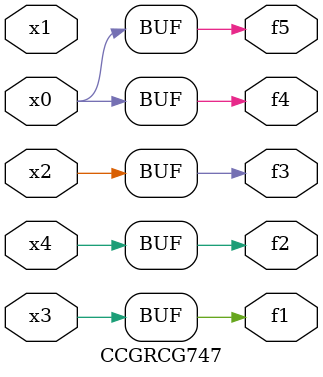
<source format=v>
module CCGRCG747(
	input x0, x1, x2, x3, x4,
	output f1, f2, f3, f4, f5
);
	assign f1 = x3;
	assign f2 = x4;
	assign f3 = x2;
	assign f4 = x0;
	assign f5 = x0;
endmodule

</source>
